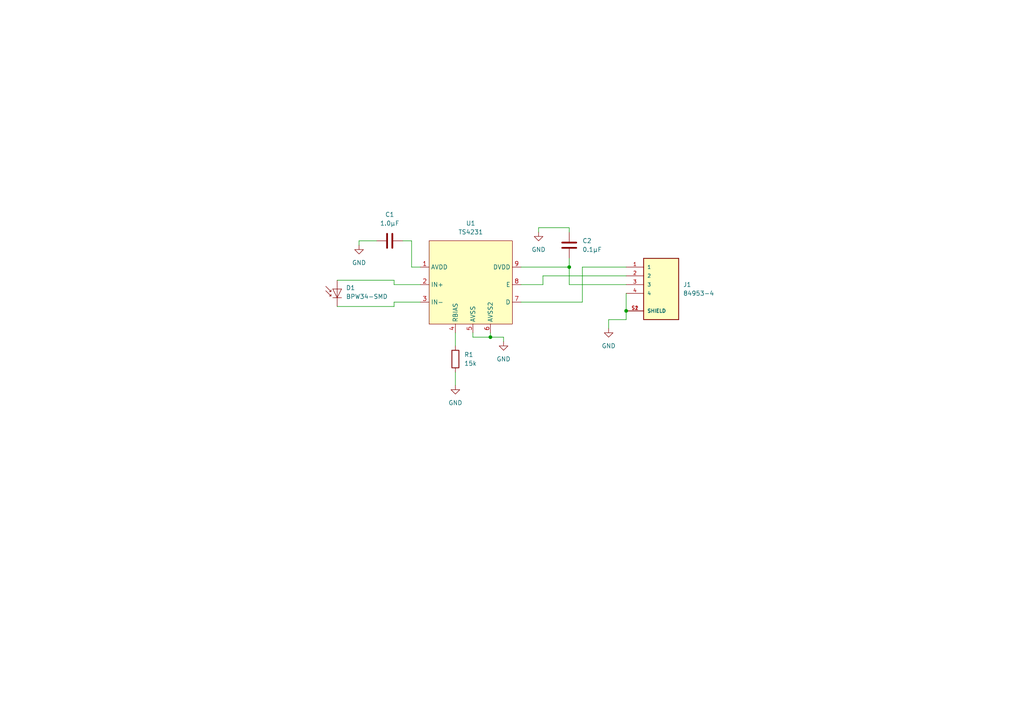
<source format=kicad_sch>
(kicad_sch (version 20211123) (generator eeschema)

  (uuid 2cf22aa7-a2b0-4a0f-82ee-8c0c633c466a)

  (paper "A4")

  (lib_symbols
    (symbol "84953-4:84953-4" (pin_names (offset 1.016)) (in_bom yes) (on_board yes)
      (property "Reference" "J" (id 0) (at -5.08 8.89 0)
        (effects (font (size 1.27 1.27)) (justify left bottom))
      )
      (property "Value" "84953-4" (id 1) (at -5.08 -12.7 0)
        (effects (font (size 1.27 1.27)) (justify left bottom))
      )
      (property "Footprint" "TE_84953-4" (id 2) (at 0 0 0)
        (effects (font (size 1.27 1.27)) (justify left bottom) hide)
      )
      (property "Datasheet" "" (id 3) (at 0 0 0)
        (effects (font (size 1.27 1.27)) (justify left bottom) hide)
      )
      (property "Comment" "84953-4" (id 4) (at 0 0 0)
        (effects (font (size 1.27 1.27)) (justify left bottom) hide)
      )
      (property "EU_RoHS_Compliance" "Compliant" (id 5) (at 0 0 0)
        (effects (font (size 1.27 1.27)) (justify left bottom) hide)
      )
      (property "ki_locked" "" (id 6) (at 0 0 0)
        (effects (font (size 1.27 1.27)))
      )
      (symbol "84953-4_0_0"
        (rectangle (start -5.08 -10.16) (end 5.08 7.62)
          (stroke (width 0.254) (type default) (color 0 0 0 0))
          (fill (type background))
        )
        (pin passive line (at -10.16 5.08 0) (length 5.08)
          (name "1" (effects (font (size 1.016 1.016))))
          (number "1" (effects (font (size 1.016 1.016))))
        )
        (pin passive line (at -10.16 2.54 0) (length 5.08)
          (name "2" (effects (font (size 1.016 1.016))))
          (number "2" (effects (font (size 1.016 1.016))))
        )
        (pin passive line (at -10.16 0 0) (length 5.08)
          (name "3" (effects (font (size 1.016 1.016))))
          (number "3" (effects (font (size 1.016 1.016))))
        )
        (pin passive line (at -10.16 -2.54 0) (length 5.08)
          (name "4" (effects (font (size 1.016 1.016))))
          (number "4" (effects (font (size 1.016 1.016))))
        )
        (pin passive line (at -10.16 -7.62 0) (length 5.08)
          (name "SHIELD" (effects (font (size 1.016 1.016))))
          (number "S1" (effects (font (size 1.016 1.016))))
        )
        (pin passive line (at -10.16 -7.62 0) (length 5.08)
          (name "SHIELD" (effects (font (size 1.016 1.016))))
          (number "S2" (effects (font (size 1.016 1.016))))
        )
      )
    )
    (symbol "Device:C" (pin_numbers hide) (pin_names (offset 0.254)) (in_bom yes) (on_board yes)
      (property "Reference" "C" (id 0) (at 0.635 2.54 0)
        (effects (font (size 1.27 1.27)) (justify left))
      )
      (property "Value" "C" (id 1) (at 0.635 -2.54 0)
        (effects (font (size 1.27 1.27)) (justify left))
      )
      (property "Footprint" "" (id 2) (at 0.9652 -3.81 0)
        (effects (font (size 1.27 1.27)) hide)
      )
      (property "Datasheet" "~" (id 3) (at 0 0 0)
        (effects (font (size 1.27 1.27)) hide)
      )
      (property "ki_keywords" "cap capacitor" (id 4) (at 0 0 0)
        (effects (font (size 1.27 1.27)) hide)
      )
      (property "ki_description" "Unpolarized capacitor" (id 5) (at 0 0 0)
        (effects (font (size 1.27 1.27)) hide)
      )
      (property "ki_fp_filters" "C_*" (id 6) (at 0 0 0)
        (effects (font (size 1.27 1.27)) hide)
      )
      (symbol "C_0_1"
        (polyline
          (pts
            (xy -2.032 -0.762)
            (xy 2.032 -0.762)
          )
          (stroke (width 0.508) (type default) (color 0 0 0 0))
          (fill (type none))
        )
        (polyline
          (pts
            (xy -2.032 0.762)
            (xy 2.032 0.762)
          )
          (stroke (width 0.508) (type default) (color 0 0 0 0))
          (fill (type none))
        )
      )
      (symbol "C_1_1"
        (pin passive line (at 0 3.81 270) (length 2.794)
          (name "~" (effects (font (size 1.27 1.27))))
          (number "1" (effects (font (size 1.27 1.27))))
        )
        (pin passive line (at 0 -3.81 90) (length 2.794)
          (name "~" (effects (font (size 1.27 1.27))))
          (number "2" (effects (font (size 1.27 1.27))))
        )
      )
    )
    (symbol "Device:R" (pin_numbers hide) (pin_names (offset 0)) (in_bom yes) (on_board yes)
      (property "Reference" "R" (id 0) (at 2.032 0 90)
        (effects (font (size 1.27 1.27)))
      )
      (property "Value" "R" (id 1) (at 0 0 90)
        (effects (font (size 1.27 1.27)))
      )
      (property "Footprint" "" (id 2) (at -1.778 0 90)
        (effects (font (size 1.27 1.27)) hide)
      )
      (property "Datasheet" "~" (id 3) (at 0 0 0)
        (effects (font (size 1.27 1.27)) hide)
      )
      (property "ki_keywords" "R res resistor" (id 4) (at 0 0 0)
        (effects (font (size 1.27 1.27)) hide)
      )
      (property "ki_description" "Resistor" (id 5) (at 0 0 0)
        (effects (font (size 1.27 1.27)) hide)
      )
      (property "ki_fp_filters" "R_*" (id 6) (at 0 0 0)
        (effects (font (size 1.27 1.27)) hide)
      )
      (symbol "R_0_1"
        (rectangle (start -1.016 -2.54) (end 1.016 2.54)
          (stroke (width 0.254) (type default) (color 0 0 0 0))
          (fill (type none))
        )
      )
      (symbol "R_1_1"
        (pin passive line (at 0 3.81 270) (length 1.27)
          (name "~" (effects (font (size 1.27 1.27))))
          (number "1" (effects (font (size 1.27 1.27))))
        )
        (pin passive line (at 0 -3.81 90) (length 1.27)
          (name "~" (effects (font (size 1.27 1.27))))
          (number "2" (effects (font (size 1.27 1.27))))
        )
      )
    )
    (symbol "Sensor_Optical:BPW34-SMD" (pin_numbers hide) (pin_names (offset 1.016) hide) (in_bom yes) (on_board yes)
      (property "Reference" "D" (id 0) (at 0.508 1.778 0)
        (effects (font (size 1.27 1.27)) (justify left))
      )
      (property "Value" "BPW34-SMD" (id 1) (at -1.016 -2.794 0)
        (effects (font (size 1.27 1.27)))
      )
      (property "Footprint" "OptoDevice:Osram_SMD-DIL2_4.5x4.0mm" (id 2) (at 0 4.445 0)
        (effects (font (size 1.27 1.27)) hide)
      )
      (property "Datasheet" "http://www.osram-os.com/Graphics/XPic5/00215430_0.pdf/BPW%2034%20S.pdf" (id 3) (at -1.27 0 0)
        (effects (font (size 1.27 1.27)) hide)
      )
      (property "ki_keywords" "opto photodiode" (id 4) (at 0 0 0)
        (effects (font (size 1.27 1.27)) hide)
      )
      (property "ki_description" "Silicon PIN Photodiode, SMD package" (id 5) (at 0 0 0)
        (effects (font (size 1.27 1.27)) hide)
      )
      (property "ki_fp_filters" "Osram*SMD*DIL2*4.5x4.0mm*" (id 6) (at 0 0 0)
        (effects (font (size 1.27 1.27)) hide)
      )
      (symbol "BPW34-SMD_0_1"
        (polyline
          (pts
            (xy -2.54 1.27)
            (xy -2.54 -1.27)
          )
          (stroke (width 0.1524) (type default) (color 0 0 0 0))
          (fill (type none))
        )
        (polyline
          (pts
            (xy -2.032 1.778)
            (xy -1.524 1.778)
          )
          (stroke (width 0) (type default) (color 0 0 0 0))
          (fill (type none))
        )
        (polyline
          (pts
            (xy 0 -1.27)
            (xy 0 1.27)
          )
          (stroke (width 0) (type default) (color 0 0 0 0))
          (fill (type none))
        )
        (polyline
          (pts
            (xy 0 0)
            (xy -2.54 0)
          )
          (stroke (width 0) (type default) (color 0 0 0 0))
          (fill (type none))
        )
        (polyline
          (pts
            (xy -0.508 3.302)
            (xy -2.032 1.778)
            (xy -2.032 2.286)
          )
          (stroke (width 0) (type default) (color 0 0 0 0))
          (fill (type none))
        )
        (polyline
          (pts
            (xy 0 1.27)
            (xy -2.54 0)
            (xy 0 -1.27)
          )
          (stroke (width 0) (type default) (color 0 0 0 0))
          (fill (type none))
        )
        (polyline
          (pts
            (xy 0.762 3.302)
            (xy -0.762 1.778)
            (xy -0.762 2.286)
            (xy -0.762 1.778)
            (xy -0.254 1.778)
          )
          (stroke (width 0) (type default) (color 0 0 0 0))
          (fill (type none))
        )
      )
      (symbol "BPW34-SMD_1_1"
        (pin passive line (at -5.08 0 0) (length 2.54)
          (name "K" (effects (font (size 1.27 1.27))))
          (number "1" (effects (font (size 1.27 1.27))))
        )
        (pin passive line (at 2.54 0 180) (length 2.54)
          (name "A" (effects (font (size 1.27 1.27))))
          (number "2" (effects (font (size 1.27 1.27))))
        )
      )
    )
    (symbol "TS4231:TS4231" (in_bom yes) (on_board yes)
      (property "Reference" "U" (id 0) (at -1.27 -2.54 0)
        (effects (font (size 1.27 1.27)))
      )
      (property "Value" "TS4231" (id 1) (at 0 0 0)
        (effects (font (size 1.27 1.27)))
      )
      (property "Footprint" "" (id 2) (at -8.89 3.81 0)
        (effects (font (size 1.27 1.27)) hide)
      )
      (property "Datasheet" "" (id 3) (at -8.89 3.81 0)
        (effects (font (size 1.27 1.27)) hide)
      )
      (symbol "TS4231_0_1"
        (rectangle (start -12.7 11.43) (end 11.43 -12.7)
          (stroke (width 0) (type default) (color 0 0 0 0))
          (fill (type background))
        )
      )
      (symbol "TS4231_1_1"
        (pin bidirectional line (at -15.24 3.81 0) (length 2.54)
          (name "AVDD" (effects (font (size 1.27 1.27))))
          (number "1" (effects (font (size 1.27 1.27))))
        )
        (pin bidirectional line (at -15.24 -1.27 0) (length 2.54)
          (name "IN+" (effects (font (size 1.27 1.27))))
          (number "2" (effects (font (size 1.27 1.27))))
        )
        (pin bidirectional line (at -15.24 -6.35 0) (length 2.54)
          (name "IN-" (effects (font (size 1.27 1.27))))
          (number "3" (effects (font (size 1.27 1.27))))
        )
        (pin bidirectional line (at -5.08 -15.24 90) (length 2.54)
          (name "RBIAS" (effects (font (size 1.27 1.27))))
          (number "4" (effects (font (size 1.27 1.27))))
        )
        (pin bidirectional line (at 0 -15.24 90) (length 2.54)
          (name "AVSS" (effects (font (size 1.27 1.27))))
          (number "5" (effects (font (size 1.27 1.27))))
        )
        (pin bidirectional line (at 5.08 -15.24 90) (length 2.54)
          (name "AVSS2" (effects (font (size 1.27 1.27))))
          (number "6" (effects (font (size 1.27 1.27))))
        )
        (pin bidirectional line (at 13.97 -6.35 180) (length 2.54)
          (name "D" (effects (font (size 1.27 1.27))))
          (number "7" (effects (font (size 1.27 1.27))))
        )
        (pin bidirectional line (at 13.97 -1.27 180) (length 2.54)
          (name "E" (effects (font (size 1.27 1.27))))
          (number "8" (effects (font (size 1.27 1.27))))
        )
        (pin bidirectional line (at 13.97 3.81 180) (length 2.54)
          (name "DVDD" (effects (font (size 1.27 1.27))))
          (number "9" (effects (font (size 1.27 1.27))))
        )
      )
    )
    (symbol "power:GND" (power) (pin_names (offset 0)) (in_bom yes) (on_board yes)
      (property "Reference" "#PWR" (id 0) (at 0 -6.35 0)
        (effects (font (size 1.27 1.27)) hide)
      )
      (property "Value" "GND" (id 1) (at 0 -3.81 0)
        (effects (font (size 1.27 1.27)))
      )
      (property "Footprint" "" (id 2) (at 0 0 0)
        (effects (font (size 1.27 1.27)) hide)
      )
      (property "Datasheet" "" (id 3) (at 0 0 0)
        (effects (font (size 1.27 1.27)) hide)
      )
      (property "ki_keywords" "power-flag" (id 4) (at 0 0 0)
        (effects (font (size 1.27 1.27)) hide)
      )
      (property "ki_description" "Power symbol creates a global label with name \"GND\" , ground" (id 5) (at 0 0 0)
        (effects (font (size 1.27 1.27)) hide)
      )
      (symbol "GND_0_1"
        (polyline
          (pts
            (xy 0 0)
            (xy 0 -1.27)
            (xy 1.27 -1.27)
            (xy 0 -2.54)
            (xy -1.27 -1.27)
            (xy 0 -1.27)
          )
          (stroke (width 0) (type default) (color 0 0 0 0))
          (fill (type none))
        )
      )
      (symbol "GND_1_1"
        (pin power_in line (at 0 0 270) (length 0) hide
          (name "GND" (effects (font (size 1.27 1.27))))
          (number "1" (effects (font (size 1.27 1.27))))
        )
      )
    )
  )

  (junction (at 142.24 97.79) (diameter 0) (color 0 0 0 0)
    (uuid 023b42a6-adc0-4ad9-9c65-47e0486ee79f)
  )
  (junction (at 165.1 77.47) (diameter 0) (color 0 0 0 0)
    (uuid 0c1bd545-f7b7-468e-b76b-3cee99ad5220)
  )
  (junction (at 181.61 90.17) (diameter 0) (color 0 0 0 0)
    (uuid bc4ed441-0271-4a40-bdf0-6a2256276c9c)
  )

  (wire (pts (xy 165.1 77.47) (xy 165.1 82.55))
    (stroke (width 0) (type default) (color 0 0 0 0))
    (uuid 02be2094-fd60-4d2f-9ad9-43f982c1e650)
  )
  (wire (pts (xy 132.08 96.52) (xy 132.08 100.33))
    (stroke (width 0) (type default) (color 0 0 0 0))
    (uuid 02ef9a3d-5851-4ec1-9911-cf65abfa0b7e)
  )
  (wire (pts (xy 151.13 87.63) (xy 168.91 87.63))
    (stroke (width 0) (type default) (color 0 0 0 0))
    (uuid 03fc59a8-5c28-41bc-bf41-6d7792f87ec8)
  )
  (wire (pts (xy 165.1 74.93) (xy 165.1 77.47))
    (stroke (width 0) (type default) (color 0 0 0 0))
    (uuid 0a30d18e-667c-4ddf-823c-3d5e7181609b)
  )
  (wire (pts (xy 109.22 69.85) (xy 104.14 69.85))
    (stroke (width 0) (type default) (color 0 0 0 0))
    (uuid 0d4d8858-981e-4cb7-a9e8-24f0a5e6cedb)
  )
  (wire (pts (xy 137.16 96.52) (xy 137.16 97.79))
    (stroke (width 0) (type default) (color 0 0 0 0))
    (uuid 16309668-29de-4aa3-bd12-94f07f0f7d51)
  )
  (wire (pts (xy 165.1 82.55) (xy 181.61 82.55))
    (stroke (width 0) (type default) (color 0 0 0 0))
    (uuid 233310b4-2758-4797-8026-b8e5fc52d590)
  )
  (wire (pts (xy 116.84 69.85) (xy 119.38 69.85))
    (stroke (width 0) (type default) (color 0 0 0 0))
    (uuid 27def851-5243-448f-bd22-82600cef3021)
  )
  (wire (pts (xy 156.21 66.04) (xy 156.21 67.31))
    (stroke (width 0) (type default) (color 0 0 0 0))
    (uuid 3151abd3-51ed-4c87-9eb0-6a030beea847)
  )
  (wire (pts (xy 168.91 77.47) (xy 181.61 77.47))
    (stroke (width 0) (type default) (color 0 0 0 0))
    (uuid 338e486b-0cb8-4604-bc83-d31db21cb60a)
  )
  (wire (pts (xy 157.48 82.55) (xy 157.48 80.01))
    (stroke (width 0) (type default) (color 0 0 0 0))
    (uuid 41ddece0-dc92-48eb-9932-b733285bebc8)
  )
  (wire (pts (xy 151.13 77.47) (xy 165.1 77.47))
    (stroke (width 0) (type default) (color 0 0 0 0))
    (uuid 47c9ac92-fa30-405e-a469-19005c923be6)
  )
  (wire (pts (xy 157.48 80.01) (xy 181.61 80.01))
    (stroke (width 0) (type default) (color 0 0 0 0))
    (uuid 48ac447f-a32e-4720-9115-9b509273a31d)
  )
  (wire (pts (xy 181.61 90.17) (xy 181.61 92.71))
    (stroke (width 0) (type default) (color 0 0 0 0))
    (uuid 49f90fdd-8c93-4a76-99e5-f394e7164300)
  )
  (wire (pts (xy 142.24 97.79) (xy 146.05 97.79))
    (stroke (width 0) (type default) (color 0 0 0 0))
    (uuid 50125136-bcb4-42e7-b7d1-7aafba850103)
  )
  (wire (pts (xy 137.16 97.79) (xy 142.24 97.79))
    (stroke (width 0) (type default) (color 0 0 0 0))
    (uuid 5583bd75-8882-49cd-95a5-ef1d5532d50f)
  )
  (wire (pts (xy 181.61 92.71) (xy 176.53 92.71))
    (stroke (width 0) (type default) (color 0 0 0 0))
    (uuid 5e4128f3-611a-46ab-a1b1-bf65d2789e17)
  )
  (wire (pts (xy 114.3 81.28) (xy 114.3 82.55))
    (stroke (width 0) (type default) (color 0 0 0 0))
    (uuid 6037eab7-75f9-4f29-9bee-8198ca503c7d)
  )
  (wire (pts (xy 114.3 87.63) (xy 121.92 87.63))
    (stroke (width 0) (type default) (color 0 0 0 0))
    (uuid 603f6160-f77e-44de-aac3-1779cf19bff9)
  )
  (wire (pts (xy 97.79 88.9) (xy 114.3 88.9))
    (stroke (width 0) (type default) (color 0 0 0 0))
    (uuid 66a19b1d-f003-4ee9-98b8-2bda7f68ebd6)
  )
  (wire (pts (xy 146.05 97.79) (xy 146.05 99.06))
    (stroke (width 0) (type default) (color 0 0 0 0))
    (uuid 74db8d73-b62f-4677-be5b-e912eb47c172)
  )
  (wire (pts (xy 121.92 77.47) (xy 119.38 77.47))
    (stroke (width 0) (type default) (color 0 0 0 0))
    (uuid 7a6e1021-d1cc-4142-b6e4-c3606e810335)
  )
  (wire (pts (xy 151.13 82.55) (xy 157.48 82.55))
    (stroke (width 0) (type default) (color 0 0 0 0))
    (uuid 911ffeb2-bcdc-4ae6-8867-fc258d3ea770)
  )
  (wire (pts (xy 165.1 66.04) (xy 156.21 66.04))
    (stroke (width 0) (type default) (color 0 0 0 0))
    (uuid a94c0304-9e81-4d7d-9e17-e46c85fc1841)
  )
  (wire (pts (xy 114.3 88.9) (xy 114.3 87.63))
    (stroke (width 0) (type default) (color 0 0 0 0))
    (uuid b2b97e55-5aa1-4775-b88f-bd060b869569)
  )
  (wire (pts (xy 97.79 81.28) (xy 114.3 81.28))
    (stroke (width 0) (type default) (color 0 0 0 0))
    (uuid b2d5a4de-f179-4f92-918d-1b0d0423868a)
  )
  (wire (pts (xy 132.08 107.95) (xy 132.08 111.76))
    (stroke (width 0) (type default) (color 0 0 0 0))
    (uuid bc083e0c-74d6-49ef-aeb0-73081e31977d)
  )
  (wire (pts (xy 165.1 67.31) (xy 165.1 66.04))
    (stroke (width 0) (type default) (color 0 0 0 0))
    (uuid ce0c2ade-8c36-43dd-8063-58c45c2a688b)
  )
  (wire (pts (xy 104.14 69.85) (xy 104.14 71.12))
    (stroke (width 0) (type default) (color 0 0 0 0))
    (uuid ce48a452-bcde-4c44-bc86-07a057c0a41a)
  )
  (wire (pts (xy 114.3 82.55) (xy 121.92 82.55))
    (stroke (width 0) (type default) (color 0 0 0 0))
    (uuid d087bda8-87cc-4f53-859b-8a29eae7ee10)
  )
  (wire (pts (xy 176.53 92.71) (xy 176.53 95.25))
    (stroke (width 0) (type default) (color 0 0 0 0))
    (uuid d8c61768-9989-4852-a409-4a91e05d5876)
  )
  (wire (pts (xy 119.38 77.47) (xy 119.38 69.85))
    (stroke (width 0) (type default) (color 0 0 0 0))
    (uuid e8c8af83-72ef-4dbc-ac8c-77c1664df6e8)
  )
  (wire (pts (xy 181.61 85.09) (xy 181.61 90.17))
    (stroke (width 0) (type default) (color 0 0 0 0))
    (uuid eb79e151-4ca2-4273-b9c8-d59f298a2f9a)
  )
  (wire (pts (xy 168.91 87.63) (xy 168.91 77.47))
    (stroke (width 0) (type default) (color 0 0 0 0))
    (uuid f5dbfdd3-affe-43c2-ba80-a1e95c85b91a)
  )
  (wire (pts (xy 142.24 96.52) (xy 142.24 97.79))
    (stroke (width 0) (type default) (color 0 0 0 0))
    (uuid f7b29ac2-bc45-4fee-9599-a7bccaab006f)
  )

  (symbol (lib_id "TS4231:TS4231") (at 137.16 81.28 0) (unit 1)
    (in_bom yes) (on_board yes) (fields_autoplaced)
    (uuid 02f30f23-d3f4-4425-b1d3-4874caab913d)
    (property "Reference" "U1" (id 0) (at 136.525 64.77 0))
    (property "Value" "TS4231" (id 1) (at 136.525 67.31 0))
    (property "Footprint" "CustomLibrary:TS4231" (id 2) (at 128.27 77.47 0)
      (effects (font (size 1.27 1.27)) hide)
    )
    (property "Datasheet" "" (id 3) (at 128.27 77.47 0)
      (effects (font (size 1.27 1.27)) hide)
    )
    (pin "1" (uuid a0db53de-948b-4fe8-87d9-fb80cad0ada1))
    (pin "2" (uuid 597e5d7c-6576-4a3a-8cde-f7b5beb9f332))
    (pin "3" (uuid ff750d7e-35d3-43a1-ae72-e54cf5ef6749))
    (pin "4" (uuid f4d1da0b-7f3a-4f16-a62a-8b824a0dc97f))
    (pin "5" (uuid 9755db71-2e40-41f1-9e17-2d165755e5cb))
    (pin "6" (uuid ce006517-1831-4e39-860b-abcf59d26a73))
    (pin "7" (uuid 1f677ffb-f6c7-408b-bbfe-2acd2b9d3911))
    (pin "8" (uuid 664faca6-b35c-4f33-8807-f8be329e04b0))
    (pin "9" (uuid 43d72602-112e-449b-bbf8-77c418237556))
  )

  (symbol (lib_id "Device:C") (at 113.03 69.85 90) (unit 1)
    (in_bom yes) (on_board yes) (fields_autoplaced)
    (uuid 277ed00c-28ae-4faa-b7cd-bc40a9d41250)
    (property "Reference" "C1" (id 0) (at 113.03 62.23 90))
    (property "Value" "1.0μF" (id 1) (at 113.03 64.77 90))
    (property "Footprint" "Capacitor_SMD:C_0201_0603Metric" (id 2) (at 116.84 68.8848 0)
      (effects (font (size 1.27 1.27)) hide)
    )
    (property "Datasheet" "~" (id 3) (at 113.03 69.85 0)
      (effects (font (size 1.27 1.27)) hide)
    )
    (pin "1" (uuid 969f2f86-a92b-4918-b4b0-75e64f35d0ff))
    (pin "2" (uuid c9c72604-3847-4f1d-8d8b-4158e62352c2))
  )

  (symbol (lib_id "Device:R") (at 132.08 104.14 0) (unit 1)
    (in_bom yes) (on_board yes) (fields_autoplaced)
    (uuid 5130e491-6edd-466c-aa01-a55f408d9da8)
    (property "Reference" "R1" (id 0) (at 134.62 102.8699 0)
      (effects (font (size 1.27 1.27)) (justify left))
    )
    (property "Value" "15k" (id 1) (at 134.62 105.4099 0)
      (effects (font (size 1.27 1.27)) (justify left))
    )
    (property "Footprint" "Resistor_SMD:R_0201_0603Metric" (id 2) (at 130.302 104.14 90)
      (effects (font (size 1.27 1.27)) hide)
    )
    (property "Datasheet" "~" (id 3) (at 132.08 104.14 0)
      (effects (font (size 1.27 1.27)) hide)
    )
    (pin "1" (uuid db835613-21e3-4b19-a638-31dd819df291))
    (pin "2" (uuid 5921296a-02e8-4433-85d7-c14cd35951fd))
  )

  (symbol (lib_id "Device:C") (at 165.1 71.12 0) (unit 1)
    (in_bom yes) (on_board yes) (fields_autoplaced)
    (uuid 5e68b00b-b9cc-4392-b4fe-1d82f7c1752b)
    (property "Reference" "C2" (id 0) (at 168.91 69.8499 0)
      (effects (font (size 1.27 1.27)) (justify left))
    )
    (property "Value" "0.1μF" (id 1) (at 168.91 72.3899 0)
      (effects (font (size 1.27 1.27)) (justify left))
    )
    (property "Footprint" "Capacitor_SMD:C_0201_0603Metric" (id 2) (at 166.0652 74.93 0)
      (effects (font (size 1.27 1.27)) hide)
    )
    (property "Datasheet" "~" (id 3) (at 165.1 71.12 0)
      (effects (font (size 1.27 1.27)) hide)
    )
    (pin "1" (uuid d4b5229d-177c-41e9-aa2c-c8ae316b5560))
    (pin "2" (uuid e8922c0f-6c77-4ffc-b3b7-02fea90fad09))
  )

  (symbol (lib_id "Sensor_Optical:BPW34-SMD") (at 97.79 83.82 90) (unit 1)
    (in_bom yes) (on_board yes) (fields_autoplaced)
    (uuid 920d1101-18cd-43ca-898c-8f2968b775af)
    (property "Reference" "D1" (id 0) (at 100.33 83.477 90)
      (effects (font (size 1.27 1.27)) (justify right))
    )
    (property "Value" "BPW34-SMD" (id 1) (at 100.33 86.017 90)
      (effects (font (size 1.27 1.27)) (justify right))
    )
    (property "Footprint" "OptoDevice:Osram_SMD-DIL2_4.5x4.0mm" (id 2) (at 93.345 83.82 0)
      (effects (font (size 1.27 1.27)) hide)
    )
    (property "Datasheet" "http://www.osram-os.com/Graphics/XPic5/00215430_0.pdf/BPW%2034%20S.pdf" (id 3) (at 97.79 85.09 0)
      (effects (font (size 1.27 1.27)) hide)
    )
    (pin "1" (uuid 46d8478e-9f7b-4e44-914f-7a45f7343042))
    (pin "2" (uuid 1d15065d-c9ee-46ad-9b20-8772e54fae7c))
  )

  (symbol (lib_id "power:GND") (at 176.53 95.25 0) (unit 1)
    (in_bom yes) (on_board yes) (fields_autoplaced)
    (uuid a0f5d283-af56-4d7f-b8bd-42a4f3cb391d)
    (property "Reference" "#PWR01" (id 0) (at 176.53 101.6 0)
      (effects (font (size 1.27 1.27)) hide)
    )
    (property "Value" "GND" (id 1) (at 176.53 100.33 0))
    (property "Footprint" "" (id 2) (at 176.53 95.25 0)
      (effects (font (size 1.27 1.27)) hide)
    )
    (property "Datasheet" "" (id 3) (at 176.53 95.25 0)
      (effects (font (size 1.27 1.27)) hide)
    )
    (pin "1" (uuid b5c7c105-ebbc-4687-bd97-89e18990efce))
  )

  (symbol (lib_id "power:GND") (at 146.05 99.06 0) (unit 1)
    (in_bom yes) (on_board yes) (fields_autoplaced)
    (uuid bd666fdc-c273-4bf7-a01c-6e7bd8202371)
    (property "Reference" "#PWR0102" (id 0) (at 146.05 105.41 0)
      (effects (font (size 1.27 1.27)) hide)
    )
    (property "Value" "GND" (id 1) (at 146.05 104.14 0))
    (property "Footprint" "" (id 2) (at 146.05 99.06 0)
      (effects (font (size 1.27 1.27)) hide)
    )
    (property "Datasheet" "" (id 3) (at 146.05 99.06 0)
      (effects (font (size 1.27 1.27)) hide)
    )
    (pin "1" (uuid 82af65ba-58c0-42f0-8115-7c9b667a2afd))
  )

  (symbol (lib_id "power:GND") (at 132.08 111.76 0) (unit 1)
    (in_bom yes) (on_board yes) (fields_autoplaced)
    (uuid e3795011-cb2c-4b6d-8ea7-93218601c678)
    (property "Reference" "#PWR0101" (id 0) (at 132.08 118.11 0)
      (effects (font (size 1.27 1.27)) hide)
    )
    (property "Value" "GND" (id 1) (at 132.08 116.84 0))
    (property "Footprint" "" (id 2) (at 132.08 111.76 0)
      (effects (font (size 1.27 1.27)) hide)
    )
    (property "Datasheet" "" (id 3) (at 132.08 111.76 0)
      (effects (font (size 1.27 1.27)) hide)
    )
    (pin "1" (uuid eef49958-1161-48bb-ac67-80b460918f65))
  )

  (symbol (lib_id "power:GND") (at 156.21 67.31 0) (unit 1)
    (in_bom yes) (on_board yes) (fields_autoplaced)
    (uuid e6833533-2277-408c-a506-2b0b8bc582a1)
    (property "Reference" "#PWR0104" (id 0) (at 156.21 73.66 0)
      (effects (font (size 1.27 1.27)) hide)
    )
    (property "Value" "GND" (id 1) (at 156.21 72.39 0))
    (property "Footprint" "" (id 2) (at 156.21 67.31 0)
      (effects (font (size 1.27 1.27)) hide)
    )
    (property "Datasheet" "" (id 3) (at 156.21 67.31 0)
      (effects (font (size 1.27 1.27)) hide)
    )
    (pin "1" (uuid 2776e7ee-3282-418d-a4a8-d76d1a70979a))
  )

  (symbol (lib_id "power:GND") (at 104.14 71.12 0) (unit 1)
    (in_bom yes) (on_board yes) (fields_autoplaced)
    (uuid e9da082e-955d-4daf-b54b-cd175073ce33)
    (property "Reference" "#PWR0103" (id 0) (at 104.14 77.47 0)
      (effects (font (size 1.27 1.27)) hide)
    )
    (property "Value" "GND" (id 1) (at 104.14 76.2 0))
    (property "Footprint" "" (id 2) (at 104.14 71.12 0)
      (effects (font (size 1.27 1.27)) hide)
    )
    (property "Datasheet" "" (id 3) (at 104.14 71.12 0)
      (effects (font (size 1.27 1.27)) hide)
    )
    (pin "1" (uuid a2e5ba6a-5b73-4bf7-8946-2f7601d6de67))
  )

  (symbol (lib_id "84953-4:84953-4") (at 191.77 82.55 0) (unit 1)
    (in_bom yes) (on_board yes) (fields_autoplaced)
    (uuid f1ae8123-9de1-4164-95ba-b61f9eb8fffa)
    (property "Reference" "J1" (id 0) (at 198.12 82.5499 0)
      (effects (font (size 1.27 1.27)) (justify left))
    )
    (property "Value" "84953-4" (id 1) (at 198.12 85.0899 0)
      (effects (font (size 1.27 1.27)) (justify left))
    )
    (property "Footprint" "Connector_FFC-FPC:TE_84953-4_1x04-1MP_P1.0mm_Horizontal" (id 2) (at 191.77 82.55 0)
      (effects (font (size 1.27 1.27)) (justify left bottom) hide)
    )
    (property "Datasheet" "" (id 3) (at 191.77 82.55 0)
      (effects (font (size 1.27 1.27)) (justify left bottom) hide)
    )
    (property "Comment" "84953-4" (id 4) (at 191.77 82.55 0)
      (effects (font (size 1.27 1.27)) (justify left bottom) hide)
    )
    (property "EU_RoHS_Compliance" "Compliant" (id 5) (at 191.77 82.55 0)
      (effects (font (size 1.27 1.27)) (justify left bottom) hide)
    )
    (pin "1" (uuid bafeeae2-c331-4ae6-86a3-5c7af2572dc7))
    (pin "2" (uuid fdde9b00-d790-4401-b5bf-1d0d8490e4e6))
    (pin "3" (uuid 8bf651df-103b-46cc-b07e-625a18972e5d))
    (pin "4" (uuid d7422166-cbb8-4ca9-a38d-da347f3555dc))
    (pin "S1" (uuid 9b6a3e2d-4ea7-4780-938c-53fd3c147ccb))
    (pin "S2" (uuid f0c1b0ed-1399-4adc-864c-a8eb1dcffcd0))
  )

  (sheet_instances
    (path "/" (page "1"))
  )

  (symbol_instances
    (path "/a0f5d283-af56-4d7f-b8bd-42a4f3cb391d"
      (reference "#PWR01") (unit 1) (value "GND") (footprint "")
    )
    (path "/e3795011-cb2c-4b6d-8ea7-93218601c678"
      (reference "#PWR0101") (unit 1) (value "GND") (footprint "")
    )
    (path "/bd666fdc-c273-4bf7-a01c-6e7bd8202371"
      (reference "#PWR0102") (unit 1) (value "GND") (footprint "")
    )
    (path "/e9da082e-955d-4daf-b54b-cd175073ce33"
      (reference "#PWR0103") (unit 1) (value "GND") (footprint "")
    )
    (path "/e6833533-2277-408c-a506-2b0b8bc582a1"
      (reference "#PWR0104") (unit 1) (value "GND") (footprint "")
    )
    (path "/277ed00c-28ae-4faa-b7cd-bc40a9d41250"
      (reference "C1") (unit 1) (value "1.0μF") (footprint "Capacitor_SMD:C_0201_0603Metric")
    )
    (path "/5e68b00b-b9cc-4392-b4fe-1d82f7c1752b"
      (reference "C2") (unit 1) (value "0.1μF") (footprint "Capacitor_SMD:C_0201_0603Metric")
    )
    (path "/920d1101-18cd-43ca-898c-8f2968b775af"
      (reference "D1") (unit 1) (value "BPW34-SMD") (footprint "OptoDevice:Osram_SMD-DIL2_4.5x4.0mm")
    )
    (path "/f1ae8123-9de1-4164-95ba-b61f9eb8fffa"
      (reference "J1") (unit 1) (value "84953-4") (footprint "Connector_FFC-FPC:TE_84953-4_1x04-1MP_P1.0mm_Horizontal")
    )
    (path "/5130e491-6edd-466c-aa01-a55f408d9da8"
      (reference "R1") (unit 1) (value "15k") (footprint "Resistor_SMD:R_0201_0603Metric")
    )
    (path "/02f30f23-d3f4-4425-b1d3-4874caab913d"
      (reference "U1") (unit 1) (value "TS4231") (footprint "CustomLibrary:TS4231")
    )
  )
)

</source>
